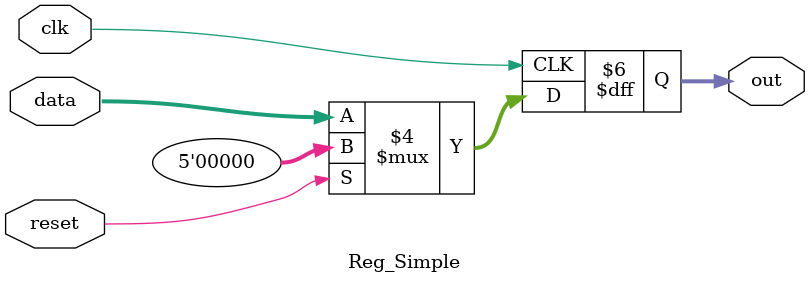
<source format=v>
module Reg_Simple
	#(parameter W=5) (clk, reset, data, out);
	
	input wire clk,reset;
	input wire [W-1:0] data;
	output reg [W-1:0] out;
	
	always @(posedge clk) begin
		if(reset==1'b1) out <= 0;
		else out <= data;
	end
	
endmodule

</source>
